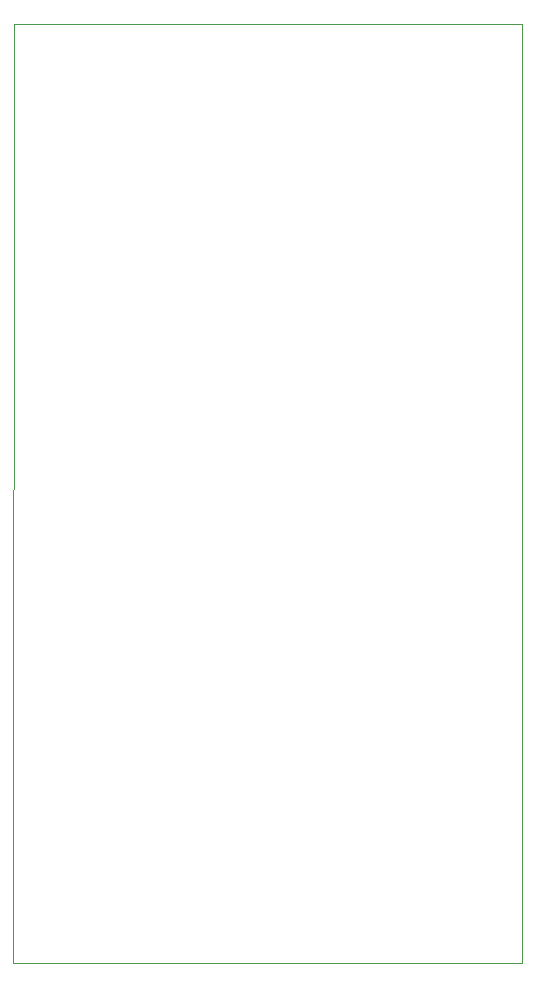
<source format=gbr>
%TF.GenerationSoftware,KiCad,Pcbnew,9.0.4*%
%TF.CreationDate,2025-10-19T21:34:06+02:00*%
%TF.ProjectId,esp32 bluetooth,65737033-3220-4626-9c75-65746f6f7468,rev?*%
%TF.SameCoordinates,Original*%
%TF.FileFunction,Profile,NP*%
%FSLAX46Y46*%
G04 Gerber Fmt 4.6, Leading zero omitted, Abs format (unit mm)*
G04 Created by KiCad (PCBNEW 9.0.4) date 2025-10-19 21:34:06*
%MOMM*%
%LPD*%
G01*
G04 APERTURE LIST*
%TA.AperFunction,Profile*%
%ADD10C,0.100000*%
%TD*%
G04 APERTURE END LIST*
D10*
X72000000Y-134500000D02*
X115000000Y-134500000D01*
X115000000Y-55000000D02*
X115000000Y-134500000D01*
X72000000Y-55000000D02*
X71926883Y-134500000D01*
X115000000Y-55000000D02*
X72000000Y-55000000D01*
M02*

</source>
